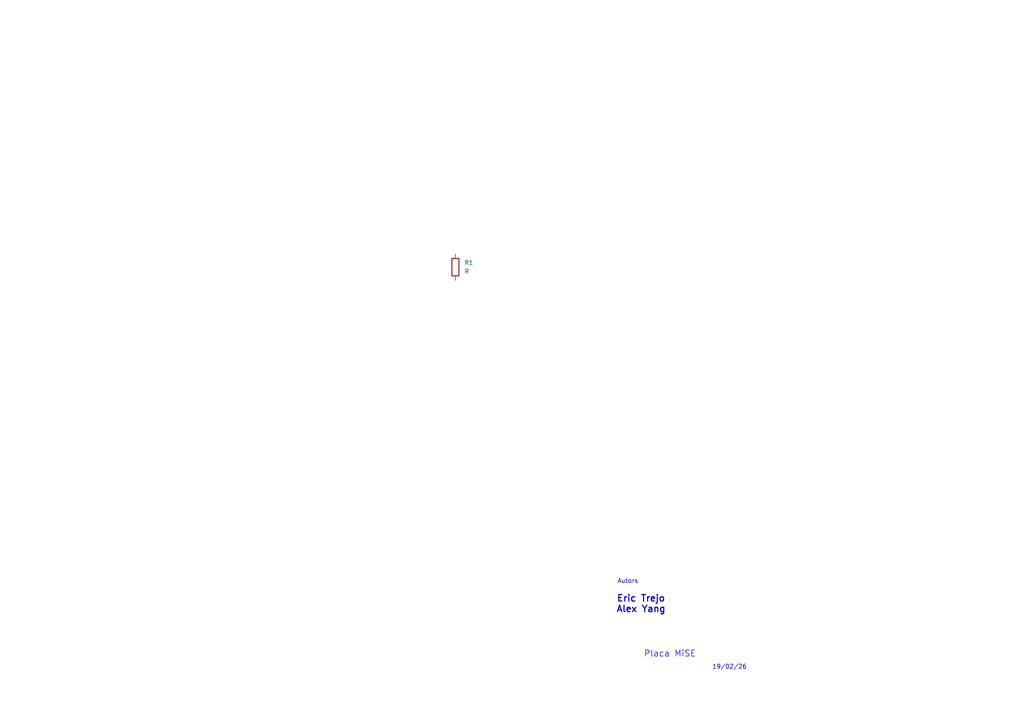
<source format=kicad_sch>
(kicad_sch (version 20250114) (generator "eeschema") (generator_version "9.0")
  (paper "A4")
  (lib_symbols
    (symbol "Device:R" (pin_numbers (hide yes)) (pin_names (offset 0))
      (property "Reference" "R" (at 2.032 0 90))
      (property "Value" "R" (at 0 0 90))
      (symbol "R_0_1"
        (rectangle (start -1.016 -2.54) (end 1.016 2.54) (stroke (width 0.254)))
      )
      (symbol "R_1_1"
        (pin passive line (at 0 3.81 270) (length 1.27) (name "~") (number "1"))
        (pin passive line (at 0 -3.81 90) (length 1.27) (name "~") (number "2"))
      )
    )
  )
  (text "Placa MiSE" (at 194.31 189.738 0) (effects (font (size 1.778 1.778))))
  (text "Eric Trejo\nAlex Yang" (at 185.928 175.26 0) (effects (font (size 1.905 1.905) (thickness 0.3175))))
  (text "19/02/26" (at 211.582 193.548 0) (effects (font (size 1.27 1.27))))
  (text "Autors" (at 182.118 168.656 0) (effects (font (size 1.27 1.27))))
  (symbol (lib_id "Device:R") (at 132.08 77.47 0) (unit 1)
    (property "Reference" "R1" (at 134.62 76.1999 0) (effects (justify left)))
    (property "Value" "R" (at 134.62 78.7399 0) (effects (justify left)))
    (property "Description" "Resistor" (effects (hide yes)))
  )
)
</source>
